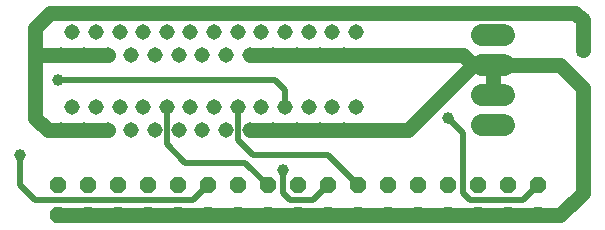
<source format=gbl>
G75*
%MOIN*%
%OFA0B0*%
%FSLAX25Y25*%
%IPPOS*%
%LPD*%
%AMOC8*
5,1,8,0,0,1.08239X$1,22.5*
%
%ADD10OC8,0.05600*%
%ADD11C,0.07400*%
%ADD12C,0.05150*%
%ADD13C,0.03000*%
%ADD14C,0.05000*%
%ADD15R,0.03962X0.03962*%
%ADD16C,0.02000*%
%ADD17C,0.03962*%
D10*
X0019000Y0011500D03*
X0029000Y0011500D03*
X0039000Y0011500D03*
X0049000Y0011500D03*
X0059000Y0011500D03*
X0069000Y0011500D03*
X0079000Y0011500D03*
X0089000Y0011500D03*
X0099000Y0011500D03*
X0109000Y0011500D03*
X0119000Y0011500D03*
X0129000Y0011500D03*
X0139000Y0011500D03*
X0149000Y0011500D03*
X0159000Y0011500D03*
X0169000Y0011500D03*
X0179000Y0011500D03*
X0179000Y0021500D03*
X0169000Y0021500D03*
X0159000Y0021500D03*
X0149000Y0021500D03*
X0139000Y0021500D03*
X0129000Y0021500D03*
X0119000Y0021500D03*
X0109000Y0021500D03*
X0099000Y0021500D03*
X0089000Y0021500D03*
X0079000Y0021500D03*
X0069000Y0021500D03*
X0059000Y0021500D03*
X0049000Y0021500D03*
X0039000Y0021500D03*
X0029000Y0021500D03*
X0019000Y0021500D03*
D11*
X0160300Y0041500D02*
X0167700Y0041500D01*
X0167700Y0051500D02*
X0160300Y0051500D01*
X0160300Y0061500D02*
X0167700Y0061500D01*
X0167700Y0071500D02*
X0160300Y0071500D01*
D12*
X0118331Y0072780D03*
X0110457Y0072780D03*
X0102583Y0072780D03*
X0094709Y0072780D03*
X0086835Y0072780D03*
X0078961Y0072780D03*
X0071087Y0072780D03*
X0063213Y0072780D03*
X0055339Y0072780D03*
X0047465Y0072780D03*
X0039591Y0072780D03*
X0031717Y0072780D03*
X0023843Y0072780D03*
X0027780Y0064906D03*
X0035654Y0064906D03*
X0043528Y0064906D03*
X0051402Y0064906D03*
X0059276Y0064906D03*
X0067150Y0064906D03*
X0075024Y0064906D03*
X0082898Y0064906D03*
X0090772Y0064906D03*
X0098646Y0064906D03*
X0106520Y0064906D03*
X0114394Y0064906D03*
X0118331Y0047780D03*
X0110457Y0047780D03*
X0102583Y0047780D03*
X0094709Y0047780D03*
X0086835Y0047780D03*
X0078961Y0047780D03*
X0071087Y0047780D03*
X0063213Y0047780D03*
X0055339Y0047780D03*
X0047465Y0047780D03*
X0039591Y0047780D03*
X0031717Y0047780D03*
X0023843Y0047780D03*
X0027780Y0039906D03*
X0035654Y0039906D03*
X0043528Y0039906D03*
X0051402Y0039906D03*
X0059276Y0039906D03*
X0067150Y0039906D03*
X0075024Y0039906D03*
X0082898Y0039906D03*
X0090772Y0039906D03*
X0098646Y0039906D03*
X0106520Y0039906D03*
X0114394Y0039906D03*
X0019906Y0039906D03*
X0019906Y0064906D03*
D13*
X0012406Y0064906D02*
X0011500Y0064000D01*
X0106500Y0064000D02*
X0107406Y0064906D01*
X0106520Y0064906D02*
X0114394Y0064906D01*
X0119000Y0011500D02*
X0109000Y0011500D01*
X0099000Y0011500D01*
X0089000Y0011500D01*
X0079000Y0011500D01*
X0069000Y0011500D01*
X0059000Y0011500D01*
X0049000Y0011500D01*
X0039000Y0011500D01*
X0029000Y0011500D01*
X0019000Y0011500D01*
X0119000Y0011500D02*
X0129000Y0011500D01*
X0139000Y0011500D01*
X0149000Y0011500D01*
X0159000Y0011500D01*
X0169000Y0011500D01*
X0179000Y0011500D01*
D14*
X0019000Y0011500D01*
X0019906Y0039906D02*
X0015594Y0039906D01*
X0011500Y0044000D01*
X0011500Y0064000D01*
X0011500Y0074000D01*
X0016500Y0079000D01*
X0191500Y0079000D01*
X0194000Y0076500D01*
X0194000Y0071500D01*
X0194000Y0066500D01*
X0186500Y0061500D02*
X0164000Y0061500D01*
X0157406Y0061500D01*
X0135811Y0039906D01*
X0114394Y0039906D01*
X0106520Y0039906D01*
X0098646Y0039906D01*
X0090772Y0039906D01*
X0082898Y0039906D01*
X0035654Y0039906D02*
X0027780Y0039906D01*
X0019906Y0039906D01*
X0019906Y0064906D02*
X0012406Y0064906D01*
X0019906Y0064906D02*
X0027780Y0064906D01*
X0035654Y0064906D01*
X0082898Y0064906D02*
X0090772Y0064906D01*
X0098646Y0064906D01*
X0106520Y0064906D01*
X0107406Y0064906D02*
X0114394Y0064906D01*
X0154000Y0064906D01*
X0157406Y0061500D01*
X0164000Y0061500D02*
X0164000Y0051500D01*
X0186500Y0061500D02*
X0194000Y0054000D01*
X0194000Y0019000D01*
X0186500Y0011500D01*
X0179000Y0011500D01*
D15*
X0194000Y0066500D03*
X0194000Y0071500D03*
X0194000Y0076500D03*
D16*
X0154000Y0039000D02*
X0149000Y0044000D01*
X0154000Y0039000D02*
X0154000Y0019000D01*
X0156500Y0016500D01*
X0174000Y0016500D01*
X0179000Y0021500D01*
X0119000Y0021500D02*
X0109000Y0031500D01*
X0084000Y0031500D01*
X0078961Y0036539D01*
X0078961Y0047780D01*
X0091500Y0056500D02*
X0094709Y0053291D01*
X0094709Y0047780D01*
X0091500Y0056500D02*
X0019000Y0056500D01*
X0055339Y0047780D02*
X0055339Y0035161D01*
X0061500Y0029000D01*
X0081500Y0029000D01*
X0089000Y0021500D01*
X0094000Y0019000D02*
X0096500Y0016500D01*
X0104000Y0016500D01*
X0109000Y0021500D01*
X0094000Y0019000D02*
X0094000Y0026500D01*
X0069000Y0021500D02*
X0064000Y0016500D01*
X0011500Y0016500D01*
X0006500Y0021500D01*
X0006500Y0031500D01*
D17*
X0006500Y0031500D03*
X0019000Y0056500D03*
X0094000Y0026500D03*
X0149000Y0044000D03*
M02*

</source>
